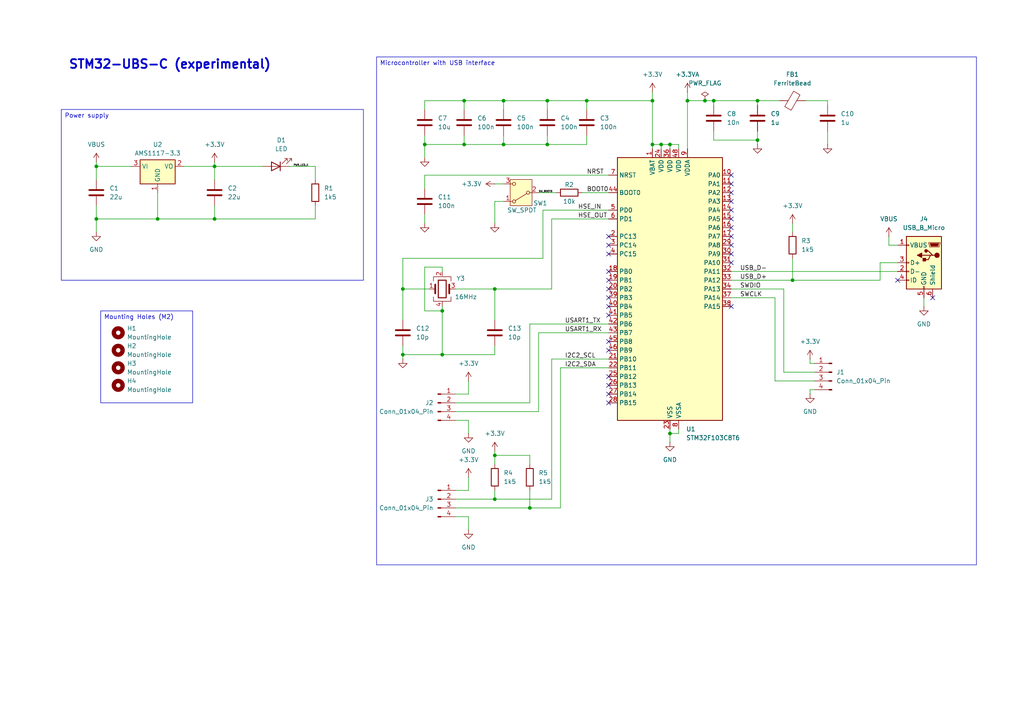
<source format=kicad_sch>
(kicad_sch (version 20250114) (generator "eeschema") (generator_version "9.0")
  (paper "A4")
  (title_block (title "STM32-USB-C") (date "2026-02-21") (rev "1.0"))
  (lib_symbols
    (symbol "Connector:Conn_01x04_Pin" (pin_names (offset 1.016) (hide yes))
      (property "Reference" "J" (at 0 5.08 0))
      (property "Value" "Conn_01x04_Pin" (at 0 -7.62 0))
      (symbol "Conn_01x04_Pin_1_1"
        (rectangle (start 0.8636 2.667) (end 0 2.413) (stroke (width 0.1524)) (fill (type outline)))
        (rectangle (start 0.8636 0.127) (end 0 -0.127) (stroke (width 0.1524)) (fill (type outline)))
        (rectangle (start 0.8636 -2.413) (end 0 -2.667) (stroke (width 0.1524)) (fill (type outline)))
        (rectangle (start 0.8636 -4.953) (end 0 -5.207) (stroke (width 0.1524)) (fill (type outline)))
        (polyline (pts (xy 1.27 2.54) (xy 0.8636 2.54)) (stroke (width 0.1524)))
        (polyline (pts (xy 1.27 0) (xy 0.8636 0)) (stroke (width 0.1524)))
        (polyline (pts (xy 1.27 -2.54) (xy 0.8636 -2.54)) (stroke (width 0.1524)))
        (polyline (pts (xy 1.27 -5.08) (xy 0.8636 -5.08)) (stroke (width 0.1524)))
        (pin passive line (at 5.08 2.54 180) (length 3.81) (name "Pin_1") (number "1"))
        (pin passive line (at 5.08 0 180) (length 3.81) (name "Pin_2") (number "2"))
        (pin passive line (at 5.08 -2.54 180) (length 3.81) (name "Pin_3") (number "3"))
        (pin passive line (at 5.08 -5.08 180) (length 3.81) (name "Pin_4") (number "4"))
      )
    )
    (symbol "Connector:USB_B_Micro" (pin_names (offset 1.016))
      (property "Reference" "J" (at -5.08 11.43 0))
      (property "Value" "USB_B_Micro" (at -5.08 8.89 0))
      (symbol "USB_B_Micro_0_1"
        (rectangle (start -5.08 -7.62) (end 5.08 7.62) (stroke (width 0.254)) (fill (type background)))
        (polyline (pts (xy -4.699 5.842) (xy -4.699 5.588) (xy -4.445 4.826) (xy -4.445 4.572) (xy -1.651 4.572) (xy -1.651 4.826) (xy -1.397 5.588) (xy -1.397 5.842) (xy -4.699 5.842)))
        (polyline (pts (xy -4.318 5.588) (xy -1.778 5.588) (xy -2.032 4.826) (xy -4.064 4.826) (xy -4.318 5.588)) (fill (type outline)))
        (circle (center -3.81 2.159) (radius 0.635) (stroke (width 0.254)) (fill (type outline)))
        (polyline (pts (xy -3.175 2.159) (xy -2.54 2.159) (xy -1.27 3.429) (xy -0.635 3.429)) (stroke (width 0.254)))
        (polyline (pts (xy -2.54 2.159) (xy -1.905 2.159) (xy -1.27 0.889) (xy 0 0.889)) (stroke (width 0.254)))
        (polyline (pts (xy -1.905 2.159) (xy 0.635 2.159)) (stroke (width 0.254)))
        (circle (center -0.635 3.429) (radius 0.381) (stroke (width 0.254)) (fill (type outline)))
        (rectangle (start -0.127 -7.62) (end 0.127 -6.858))
        (rectangle (start 0.254 1.27) (end -0.508 0.508) (stroke (width 0.254)) (fill (type outline)))
        (polyline (pts (xy 0.635 2.794) (xy 0.635 1.524) (xy 1.905 2.159) (xy 0.635 2.794)) (stroke (width 0.254)) (fill (type outline)))
        (rectangle (start 5.08 4.953) (end 4.318 5.207))
        (rectangle (start 5.08 -0.127) (end 4.318 0.127))
        (rectangle (start 5.08 -2.667) (end 4.318 -2.413))
        (rectangle (start 5.08 -5.207) (end 4.318 -4.953))
      )
      (symbol "USB_B_Micro_1_1"
        (pin passive line (at -2.54 -10.16 90) (length 2.54) (name "Shield") (number "6"))
        (pin power_out line (at 0 -10.16 90) (length 2.54) (name "GND") (number "5"))
        (pin power_out line (at 7.62 5.08 180) (length 2.54) (name "VBUS") (number "1"))
        (pin bidirectional line (at 7.62 0 180) (length 2.54) (name "D+") (number "3"))
        (pin bidirectional line (at 7.62 -2.54 180) (length 2.54) (name "D-") (number "2"))
        (pin passive line (at 7.62 -5.08 180) (length 2.54) (name "ID") (number "4"))
      )
    )
    (symbol "Device:C" (pin_numbers (hide yes)) (pin_names (offset 0.254))
      (property "Reference" "C" (at 0.635 2.54 0))
      (property "Value" "C" (at 0.635 -2.54 0))
      (symbol "C_0_1"
        (polyline (pts (xy -2.032 0.762) (xy 2.032 0.762)) (stroke (width 0.508)))
        (polyline (pts (xy -2.032 -0.762) (xy 2.032 -0.762)) (stroke (width 0.508)))
      )
      (symbol "C_1_1"
        (pin passive line (at 0 3.81 270) (length 2.794) (name "~") (number "1"))
        (pin passive line (at 0 -3.81 90) (length 2.794) (name "~") (number "2"))
      )
    )
    (symbol "Device:Crystal_GND24" (pin_names (offset 1.016) (hide yes))
      (property "Reference" "Y3" (at 5.334 3.048 0))
      (property "Value" "16MHz" (at 6.858 -2.286 0))
      (symbol "Crystal_GND24_0_1"
        (polyline (pts (xy -2.54 2.286) (xy -2.54 3.556) (xy 2.54 3.556) (xy 2.54 2.286)))
        (polyline (pts (xy -2.54 0) (xy -2.032 0)))
        (polyline (pts (xy -2.54 -2.286) (xy -2.54 -3.556) (xy 2.54 -3.556) (xy 2.54 -2.286)))
        (polyline (pts (xy -2.032 -1.27) (xy -2.032 1.27)) (stroke (width 0.508)))
        (rectangle (start -1.143 2.54) (end 1.143 -2.54) (stroke (width 0.3048)))
        (polyline (pts (xy 0 -3.81) (xy 0 -3.556)))
        (polyline (pts (xy 2.032 0) (xy 2.54 0)))
        (polyline (pts (xy 2.032 -1.27) (xy 2.032 1.27)) (stroke (width 0.508)))
      )
      (symbol "Crystal_GND24_1_1"
        (pin passive line (at -3.81 0 0) (length 1.27) (name "1") (number "1"))
        (pin passive line (at 0 5.08 270) (length 1.27) (name "G") (number "2"))
        (pin passive line (at 0 -5.08 90) (length 1.27) (name "G") (number "4"))
        (pin passive line (at 3.81 0 180) (length 1.27) (name "3") (number "3"))
      )
    )
    (symbol "Device:FerriteBead" (pin_numbers (hide yes)) (pin_names (offset 0))
      (property "Reference" "FB" (at -3.81 0.635 90))
      (property "Value" "FerriteBead" (at 3.81 0 90))
      (symbol "FerriteBead_0_1"
        (polyline (pts (xy -2.7686 0.4064) (xy -1.7018 2.2606) (xy 2.7686 -0.3048) (xy 1.6764 -2.159) (xy -2.7686 0.4064)))
        (polyline (pts (xy 0 1.27) (xy 0 1.2954)))
        (polyline (pts (xy 0 -1.27) (xy 0 -1.2192)))
      )
      (symbol "FerriteBead_1_1"
        (pin passive line (at 0 3.81 270) (length 2.54) (name "~") (number "1"))
        (pin passive line (at 0 -3.81 90) (length 2.54) (name "~") (number "2"))
      )
    )
    (symbol "Device:LED" (pin_numbers (hide yes)) (pin_names (offset 1.016) (hide yes))
      (property "Reference" "D" (at 0 2.54 0))
      (property "Value" "LED" (at 0 -2.54 0))
      (symbol "LED_0_1"
        (polyline (pts (xy -3.048 -0.762) (xy -4.572 -2.286) (xy -3.81 -2.286) (xy -4.572 -2.286) (xy -4.572 -1.524)))
        (polyline (pts (xy -1.778 -0.762) (xy -3.302 -2.286) (xy -2.54 -2.286) (xy -3.302 -2.286) (xy -3.302 -1.524)))
        (polyline (pts (xy -1.27 0) (xy 1.27 0)))
        (polyline (pts (xy -1.27 -1.27) (xy -1.27 1.27)) (stroke (width 0.254)))
        (polyline (pts (xy 1.27 -1.27) (xy 1.27 1.27) (xy -1.27 0) (xy 1.27 -1.27)) (stroke (width 0.254)))
      )
      (symbol "LED_1_1"
        (pin passive line (at -3.81 0 0) (length 2.54) (name "K") (number "1"))
        (pin passive line (at 3.81 0 180) (length 2.54) (name "A") (number "2"))
      )
    )
    (symbol "Device:R" (pin_numbers (hide yes)) (pin_names (offset 0))
      (property "Reference" "R" (at 2.032 0 90))
      (property "Value" "R" (at 0 0 90))
      (symbol "R_0_1"
        (rectangle (start -1.016 -2.54) (end 1.016 2.54) (stroke (width 0.254)))
      )
      (symbol "R_1_1"
        (pin passive line (at 0 3.81 270) (length 1.27) (name "~") (number "1"))
        (pin passive line (at 0 -3.81 90) (length 1.27) (name "~") (number "2"))
      )
    )
    (symbol "MCU_ST_STM32F1:STM32F103C8Tx"
      (property "Reference" "U" (at -15.24 39.37 0))
      (property "Value" "STM32F103C8Tx" (at 7.62 39.37 0))
      (symbol "STM32F103C8Tx_0_1"
        (rectangle (start -15.24 -38.1) (end 15.24 38.1) (stroke (width 0.254)) (fill (type background)))
      )
      (symbol "STM32F103C8Tx_1_1"
        (pin input line (at -17.78 33.02 0) (length 2.54) (name "NRST") (number "7"))
        (pin input line (at -17.78 27.94 0) (length 2.54) (name "BOOT0") (number "44"))
        (pin bidirectional line (at -17.78 22.86 0) (length 2.54) (name "PD0") (number "5"))
        (pin bidirectional line (at -17.78 20.32 0) (length 2.54) (name "PD1") (number "6"))
        (pin bidirectional line (at -17.78 15.24 0) (length 2.54) (name "PC13") (number "2"))
        (pin bidirectional line (at -17.78 12.7 0) (length 2.54) (name "PC14") (number "3"))
        (pin bidirectional line (at -17.78 10.16 0) (length 2.54) (name "PC15") (number "4"))
        (pin bidirectional line (at -17.78 5.08 0) (length 2.54) (name "PB0") (number "18"))
        (pin bidirectional line (at -17.78 2.54 0) (length 2.54) (name "PB1") (number "19"))
        (pin bidirectional line (at -17.78 0 0) (length 2.54) (name "PB2") (number "20"))
        (pin bidirectional line (at -17.78 -2.54 0) (length 2.54) (name "PB3") (number "39"))
        (pin bidirectional line (at -17.78 -5.08 0) (length 2.54) (name "PB4") (number "40"))
        (pin bidirectional line (at -17.78 -7.62 0) (length 2.54) (name "PB5") (number "41"))
        (pin bidirectional line (at -17.78 -10.16 0) (length 2.54) (name "PB6") (number "42"))
        (pin bidirectional line (at -17.78 -12.7 0) (length 2.54) (name "PB7") (number "43"))
        (pin bidirectional line (at -17.78 -15.24 0) (length 2.54) (name "PB8") (number "45"))
        (pin bidirectional line (at -17.78 -17.78 0) (length 2.54) (name "PB9") (number "46"))
        (pin bidirectional line (at -17.78 -20.32 0) (length 2.54) (name "PB10") (number "21"))
        (pin bidirectional line (at -17.78 -22.86 0) (length 2.54) (name "PB11") (number "22"))
        (pin bidirectional line (at -17.78 -25.4 0) (length 2.54) (name "PB12") (number "25"))
        (pin bidirectional line (at -17.78 -27.94 0) (length 2.54) (name "PB13") (number "26"))
        (pin bidirectional line (at -17.78 -30.48 0) (length 2.54) (name "PB14") (number "27"))
        (pin bidirectional line (at -17.78 -33.02 0) (length 2.54) (name "PB15") (number "28"))
        (pin power_in line (at -5.08 40.64 270) (length 2.54) (name "VBAT") (number "1"))
        (pin power_in line (at -2.54 40.64 270) (length 2.54) (name "VDD") (number "24"))
        (pin power_in line (at 0 40.64 270) (length 2.54) (name "VDD") (number "36"))
        (pin power_in line (at 0 -40.64 90) (length 2.54) (name "VSS") (number "23"))
        (pin passive line (at 0 -40.64 90) (length 2.54) (hide yes) (name "VSS") (number "35"))
        (pin passive line (at 0 -40.64 90) (length 2.54) (hide yes) (name "VSS") (number "47"))
        (pin power_in line (at 2.54 40.64 270) (length 2.54) (name "VDD") (number "48"))
        (pin power_in line (at 2.54 -40.64 90) (length 2.54) (name "VSSA") (number "8"))
        (pin power_in line (at 5.08 40.64 270) (length 2.54) (name "VDDA") (number "9"))
        (pin bidirectional line (at 17.78 33.02 180) (length 2.54) (name "PA0") (number "10"))
        (pin bidirectional line (at 17.78 30.48 180) (length 2.54) (name "PA1") (number "11"))
        (pin bidirectional line (at 17.78 27.94 180) (length 2.54) (name "PA2") (number "12"))
        (pin bidirectional line (at 17.78 25.4 180) (length 2.54) (name "PA3") (number "13"))
        (pin bidirectional line (at 17.78 22.86 180) (length 2.54) (name "PA4") (number "14"))
        (pin bidirectional line (at 17.78 20.32 180) (length 2.54) (name "PA5") (number "15"))
        (pin bidirectional line (at 17.78 17.78 180) (length 2.54) (name "PA6") (number "16"))
        (pin bidirectional line (at 17.78 15.24 180) (length 2.54) (name "PA7") (number "17"))
        (pin bidirectional line (at 17.78 12.7 180) (length 2.54) (name "PA8") (number "29"))
        (pin bidirectional line (at 17.78 10.16 180) (length 2.54) (name "PA9") (number "30"))
        (pin bidirectional line (at 17.78 7.62 180) (length 2.54) (name "PA10") (number "31"))
        (pin bidirectional line (at 17.78 5.08 180) (length 2.54) (name "PA11") (number "32"))
        (pin bidirectional line (at 17.78 2.54 180) (length 2.54) (name "PA12") (number "33"))
        (pin bidirectional line (at 17.78 0 180) (length 2.54) (name "PA13") (number "34"))
        (pin bidirectional line (at 17.78 -2.54 180) (length 2.54) (name "PA14") (number "37"))
        (pin bidirectional line (at 17.78 -5.08 180) (length 2.54) (name "PA15") (number "38"))
      )
    )
    (symbol "Mechanical:MountingHole" (pin_names (offset 1.016)) (in_bom no)
      (property "Reference" "H" (at 0 5.08 0))
      (property "Value" "MountingHole" (at 0 3.175 0))
      (symbol "MountingHole_0_1"
        (circle (center 0 0) (radius 1.27) (stroke (width 1.27)))
      )
    )
    (symbol "Regulator_Linear:AMS1117-3.3"
      (property "Reference" "U" (at -3.81 3.175 0))
      (property "Value" "AMS1117-3.3" (at 0 3.175 0))
      (symbol "AMS1117-3.3_0_1"
        (rectangle (start -5.08 -5.08) (end 5.08 1.905) (stroke (width 0.254)) (fill (type background)))
      )
      (symbol "AMS1117-3.3_1_1"
        (pin power_in line (at -7.62 0 0) (length 2.54) (name "VI") (number "3"))
        (pin power_in line (at 0 -7.62 90) (length 2.54) (name "GND") (number "1"))
        (pin power_out line (at 7.62 0 180) (length 2.54) (name "VO") (number "2"))
      )
    )
    (symbol "Switch:SW_SPDT" (pin_names (offset 0) (hide yes))
      (property "Reference" "SW" (at 0 5.08 0))
      (property "Value" "SW_SPDT" (at 0 -5.08 0))
      (symbol "SW_SPDT_0_1"
        (circle (center -2.032 0) (radius 0.4572))
        (polyline (pts (xy -1.651 0.254) (xy 1.651 2.286)))
        (circle (center 2.032 2.54) (radius 0.4572))
        (circle (center 2.032 -2.54) (radius 0.4572))
      )
      (symbol "SW_SPDT_1_1"
        (rectangle (start -3.175 3.81) (end 3.175 -3.81) (fill (type background)))
        (pin passive line (at -5.08 0 0) (length 2.54) (name "B") (number "2"))
        (pin passive line (at 5.08 2.54 180) (length 2.54) (name "A") (number "1"))
        (pin passive line (at 5.08 -2.54 180) (length 2.54) (name "C") (number "3"))
      )
    )
    (symbol "power:+3.3V" (power) (pin_numbers (hide yes)) (pin_names (offset 0) (hide yes))
      (property "Value" "+3.3V" (at 0 3.556 0))
      (symbol "+3.3V_0_1"
        (polyline (pts (xy -0.762 1.27) (xy 0 2.54)))
        (polyline (pts (xy 0 2.54) (xy 0.762 1.27)))
        (polyline (pts (xy 0 0) (xy 0 2.54)))
      )
      (symbol "+3.3V_1_1"
        (pin power_in line (at 0 0 90) (length 0) (name "~") (number "1"))
      )
    )
    (symbol "power:+3.3VA" (power) (pin_numbers (hide yes)) (pin_names (offset 0) (hide yes))
      (property "Value" "+3.3VA" (at 0 3.556 0))
      (symbol "+3.3VA_0_1"
        (polyline (pts (xy -0.762 1.27) (xy 0 2.54)))
        (polyline (pts (xy 0 2.54) (xy 0.762 1.27)))
        (polyline (pts (xy 0 0) (xy 0 2.54)))
      )
      (symbol "+3.3VA_1_1"
        (pin power_in line (at 0 0 90) (length 0) (name "~") (number "1"))
      )
    )
    (symbol "power:GND" (power) (pin_numbers (hide yes)) (pin_names (offset 0) (hide yes))
      (property "Value" "GND" (at 0 -3.81 0))
      (symbol "GND_0_1"
        (polyline (pts (xy 0 0) (xy 0 -1.27) (xy 1.27 -1.27) (xy 0 -2.54) (xy -1.27 -1.27) (xy 0 -1.27)))
      )
      (symbol "GND_1_1"
        (pin power_in line (at 0 0 270) (length 0) (name "~") (number "1"))
      )
    )
    (symbol "power:PWR_FLAG" (power) (pin_numbers (hide yes)) (pin_names (offset 0) (hide yes))
      (property "Value" "PWR_FLAG" (at 0 3.81 0))
      (symbol "PWR_FLAG_0_0"
        (pin power_out line (at 0 0 90) (length 0) (name "~") (number "1"))
      )
      (symbol "PWR_FLAG_0_1"
        (polyline (pts (xy 0 0) (xy 0 1.27) (xy -1.016 1.905) (xy 0 2.54) (xy 1.016 1.905) (xy 0 1.27)))
      )
    )
    (symbol "power:VBUS" (power) (pin_numbers (hide yes)) (pin_names (offset 0) (hide yes))
      (property "Value" "VBUS" (at 0 3.556 0))
      (symbol "VBUS_0_1"
        (polyline (pts (xy -0.762 1.27) (xy 0 2.54)))
        (polyline (pts (xy 0 2.54) (xy 0.762 1.27)))
        (polyline (pts (xy 0 0) (xy 0 2.54)))
      )
      (symbol "VBUS_1_1"
        (pin power_in line (at 0 0 90) (length 0) (name "~") (number "1"))
      )
    )
  )
  (text "STM32-UBS-C (experimental)" (at 49.276 18.796 0) (effects (font (size 2.54 2.54) (thickness 0.508) (bold yes))))
  (text_box "Power supply" (at 17.78 31.75 0) (size 87.63 49.53) (margins 0.9525 0.9525 0.9525 0.9525) (effects (font (size 1.27 1.27)) (justify left top)))
  (text_box "Mounting Holes (M2)" (at 29.21 90.17 0) (size 26.67 26.67) (margins 0.9525 0.9525 0.9525 0.9525) (effects (font (size 1.27 1.27)) (justify left top)))
  (text_box "Microcontroller with USB interface" (at 109.22 16.51 0) (size 173.99 147.32) (margins 0.9525 0.9525 0.9525 0.9525) (effects (font (size 1.27 1.27)) (justify left top)))
  (junction (at 134.62 29.21))
  (junction (at 170.18 29.21))
  (junction (at 146.05 29.21))
  (junction (at 143.51 132.08))
  (junction (at 146.05 41.91))
  (junction (at 189.23 41.91))
  (junction (at 134.62 41.91))
  (junction (at 191.77 41.91))
  (junction (at 189.23 29.21))
  (junction (at 229.87 81.28))
  (junction (at 128.27 102.87))
  (junction (at 62.23 48.26))
  (junction (at 62.23 63.5))
  (junction (at 45.72 63.5))
  (junction (at 194.31 41.91))
  (junction (at 116.84 102.87))
  (junction (at 123.19 41.91))
  (junction (at 158.75 29.21))
  (junction (at 27.94 63.5))
  (junction (at 204.47 29.21))
  (junction (at 27.94 48.26))
  (junction (at 158.75 41.91))
  (junction (at 194.31 125.73))
  (junction (at 143.51 144.78))
  (junction (at 143.51 83.82))
  (junction (at 116.84 83.82))
  (junction (at 219.71 29.21))
  (junction (at 153.67 147.32))
  (junction (at 199.39 29.21))
  (junction (at 219.71 40.64))
  (junction (at 207.01 29.21))
  (junction (at 128.27 90.17))
  (no_connect (at 176.53 88.9))
  (no_connect (at 270.51 86.36))
  (no_connect (at 176.53 101.6))
  (no_connect (at 176.53 111.76))
  (no_connect (at 212.09 76.2))
  (no_connect (at 176.53 116.84))
  (no_connect (at 176.53 99.06))
  (no_connect (at 212.09 63.5))
  (no_connect (at 212.09 73.66))
  (no_connect (at 176.53 78.74))
  (no_connect (at 212.09 88.9))
  (no_connect (at 212.09 55.88))
  (no_connect (at 212.09 66.04))
  (no_connect (at 212.09 71.12))
  (no_connect (at 260.35 81.28))
  (no_connect (at 176.53 83.82))
  (no_connect (at 176.53 91.44))
  (no_connect (at 212.09 53.34))
  (no_connect (at 176.53 86.36))
  (no_connect (at 212.09 60.96))
  (no_connect (at 176.53 68.58))
  (no_connect (at 212.09 68.58))
  (no_connect (at 176.53 109.22))
  (no_connect (at 212.09 50.8))
  (no_connect (at 176.53 71.12))
  (no_connect (at 176.53 114.3))
  (no_connect (at 212.09 58.42))
  (no_connect (at 176.53 73.66))
  (no_connect (at 176.53 81.28))
  (wire (pts (xy 196.85 125.73) (xy 194.31 125.73)))
  (wire (pts (xy 62.23 46.99) (xy 62.23 48.26)))
  (wire (pts (xy 116.84 83.82) (xy 116.84 92.71)))
  (wire (pts (xy 132.08 147.32) (xy 153.67 147.32)))
  (wire (pts (xy 143.51 58.42) (xy 146.05 58.42)))
  (wire (pts (xy 170.18 29.21) (xy 170.18 31.75)))
  (wire (pts (xy 27.94 48.26) (xy 27.94 52.07)))
  (wire (pts (xy 219.71 40.64) (xy 219.71 41.91)))
  (wire (pts (xy 143.51 100.33) (xy 143.51 102.87)))
  (wire (pts (xy 219.71 29.21) (xy 226.06 29.21)))
  (wire (pts (xy 158.75 29.21) (xy 170.18 29.21)))
  (wire (pts (xy 255.27 76.2) (xy 255.27 81.28)))
  (wire (pts (xy 170.18 41.91) (xy 170.18 39.37)))
  (wire (pts (xy 219.71 29.21) (xy 219.71 30.48)))
  (wire (pts (xy 170.18 29.21) (xy 189.23 29.21)))
  (wire (pts (xy 143.51 142.24) (xy 143.51 144.78)))
  (wire (pts (xy 27.94 63.5) (xy 27.94 67.31)))
  (wire (pts (xy 158.75 41.91) (xy 170.18 41.91)))
  (wire (pts (xy 229.87 64.77) (xy 229.87 67.31)))
  (wire (pts (xy 128.27 90.17) (xy 128.27 88.9)))
  (wire (pts (xy 227.33 107.95) (xy 236.22 107.95)))
  (wire (pts (xy 168.91 55.88) (xy 176.53 55.88)))
  (wire (pts (xy 160.02 144.78) (xy 160.02 104.14)))
  (wire (pts (xy 189.23 41.91) (xy 189.23 43.18)))
  (wire (pts (xy 194.31 43.18) (xy 194.31 41.91)))
  (wire (pts (xy 158.75 41.91) (xy 146.05 41.91)))
  (wire (pts (xy 146.05 29.21) (xy 146.05 31.75)))
  (wire (pts (xy 158.75 39.37) (xy 158.75 41.91)))
  (wire (pts (xy 123.19 31.75) (xy 123.19 29.21)))
  (wire (pts (xy 207.01 38.1) (xy 207.01 40.64)))
  (wire (pts (xy 196.85 124.46) (xy 196.85 125.73)))
  (wire (pts (xy 135.89 121.92) (xy 135.89 125.73)))
  (wire (pts (xy 160.02 63.5) (xy 176.53 63.5)))
  (wire (pts (xy 194.31 41.91) (xy 196.85 41.91)))
  (wire (pts (xy 153.67 116.84) (xy 153.67 93.98)))
  (wire (pts (xy 123.19 62.23) (xy 123.19 64.77)))
  (wire (pts (xy 158.75 29.21) (xy 158.75 31.75)))
  (wire (pts (xy 194.31 124.46) (xy 194.31 125.73)))
  (wire (pts (xy 135.89 149.86) (xy 135.89 153.67)))
  (wire (pts (xy 143.51 58.42) (xy 143.51 64.77)))
  (wire (pts (xy 240.03 29.21) (xy 240.03 30.48)))
  (wire (pts (xy 134.62 29.21) (xy 134.62 31.75)))
  (wire (pts (xy 153.67 132.08) (xy 153.67 134.62)))
  (wire (pts (xy 234.95 113.03) (xy 236.22 113.03)))
  (wire (pts (xy 134.62 29.21) (xy 146.05 29.21)))
  (wire (pts (xy 240.03 38.1) (xy 240.03 41.91)))
  (wire (pts (xy 157.48 74.93) (xy 116.84 74.93)))
  (wire (pts (xy 128.27 77.47) (xy 123.19 77.47)))
  (wire (pts (xy 204.47 29.21) (xy 207.01 29.21)))
  (wire (pts (xy 153.67 142.24) (xy 153.67 147.32)))
  (wire (pts (xy 162.56 147.32) (xy 153.67 147.32)))
  (wire (pts (xy 45.72 55.88) (xy 45.72 63.5)))
  (wire (pts (xy 132.08 149.86) (xy 135.89 149.86)))
  (wire (pts (xy 229.87 74.93) (xy 229.87 81.28)))
  (wire (pts (xy 199.39 26.67) (xy 199.39 29.21)))
  (wire (pts (xy 143.51 130.81) (xy 143.51 132.08)))
  (wire (pts (xy 233.68 29.21) (xy 240.03 29.21)))
  (wire (pts (xy 91.44 63.5) (xy 91.44 59.69)))
  (wire (pts (xy 45.72 63.5) (xy 27.94 63.5)))
  (wire (pts (xy 123.19 41.91) (xy 123.19 39.37)))
  (wire (pts (xy 199.39 29.21) (xy 204.47 29.21)))
  (wire (pts (xy 135.89 114.3) (xy 135.89 110.49)))
  (wire (pts (xy 132.08 121.92) (xy 135.89 121.92)))
  (wire (pts (xy 157.48 60.96) (xy 176.53 60.96)))
  (wire (pts (xy 199.39 29.21) (xy 199.39 43.18)))
  (wire (pts (xy 143.51 53.34) (xy 146.05 53.34)))
  (wire (pts (xy 62.23 59.69) (xy 62.23 63.5)))
  (wire (pts (xy 257.81 71.12) (xy 260.35 71.12)))
  (wire (pts (xy 267.97 86.36) (xy 267.97 88.9)))
  (wire (pts (xy 156.21 119.38) (xy 132.08 119.38)))
  (wire (pts (xy 123.19 50.8) (xy 176.53 50.8)))
  (wire (pts (xy 257.81 68.58) (xy 257.81 71.12)))
  (wire (pts (xy 146.05 41.91) (xy 146.05 39.37)))
  (wire (pts (xy 143.51 83.82) (xy 160.02 83.82)))
  (wire (pts (xy 146.05 29.21) (xy 158.75 29.21)))
  (wire (pts (xy 207.01 29.21) (xy 219.71 29.21)))
  (wire (pts (xy 116.84 100.33) (xy 116.84 102.87)))
  (wire (pts (xy 143.51 132.08) (xy 153.67 132.08)))
  (wire (pts (xy 194.31 125.73) (xy 194.31 128.27)))
  (wire (pts (xy 134.62 41.91) (xy 134.62 39.37)))
  (wire (pts (xy 135.89 142.24) (xy 135.89 138.43)))
  (wire (pts (xy 156.21 55.88) (xy 161.29 55.88)))
  (wire (pts (xy 132.08 83.82) (xy 143.51 83.82)))
  (wire (pts (xy 62.23 63.5) (xy 91.44 63.5)))
  (wire (pts (xy 91.44 52.07) (xy 91.44 48.26)))
  (wire (pts (xy 229.87 81.28) (xy 255.27 81.28)))
  (wire (pts (xy 212.09 78.74) (xy 260.35 78.74)))
  (wire (pts (xy 53.34 48.26) (xy 62.23 48.26)))
  (wire (pts (xy 123.19 41.91) (xy 123.19 45.72)))
  (wire (pts (xy 162.56 106.68) (xy 176.53 106.68)))
  (wire (pts (xy 160.02 104.14) (xy 176.53 104.14)))
  (wire (pts (xy 156.21 96.52) (xy 176.53 96.52)))
  (wire (pts (xy 189.23 26.67) (xy 189.23 29.21)))
  (wire (pts (xy 132.08 144.78) (xy 143.51 144.78)))
  (wire (pts (xy 143.51 102.87) (xy 128.27 102.87)))
  (wire (pts (xy 143.51 83.82) (xy 143.51 92.71)))
  (wire (pts (xy 62.23 63.5) (xy 45.72 63.5)))
  (wire (pts (xy 123.19 54.61) (xy 123.19 50.8)))
  (wire (pts (xy 227.33 83.82) (xy 227.33 107.95)))
  (wire (pts (xy 132.08 114.3) (xy 135.89 114.3)))
  (wire (pts (xy 116.84 102.87) (xy 116.84 104.14)))
  (wire (pts (xy 234.95 114.3) (xy 234.95 113.03)))
  (wire (pts (xy 116.84 74.93) (xy 116.84 83.82)))
  (wire (pts (xy 189.23 29.21) (xy 189.23 41.91)))
  (wire (pts (xy 156.21 96.52) (xy 156.21 119.38)))
  (wire (pts (xy 219.71 38.1) (xy 219.71 40.64)))
  (wire (pts (xy 157.48 60.96) (xy 157.48 74.93)))
  (wire (pts (xy 134.62 41.91) (xy 123.19 41.91)))
  (wire (pts (xy 236.22 110.49) (xy 224.79 110.49)))
  (wire (pts (xy 128.27 90.17) (xy 128.27 102.87)))
  (wire (pts (xy 219.71 40.64) (xy 207.01 40.64)))
  (wire (pts (xy 128.27 102.87) (xy 116.84 102.87)))
  (wire (pts (xy 212.09 86.36) (xy 224.79 86.36)))
  (wire (pts (xy 146.05 41.91) (xy 134.62 41.91)))
  (wire (pts (xy 224.79 110.49) (xy 224.79 86.36)))
  (wire (pts (xy 143.51 144.78) (xy 160.02 144.78)))
  (wire (pts (xy 132.08 116.84) (xy 153.67 116.84)))
  (wire (pts (xy 234.95 104.14) (xy 234.95 105.41)))
  (wire (pts (xy 62.23 48.26) (xy 62.23 52.07)))
  (wire (pts (xy 160.02 83.82) (xy 160.02 63.5)))
  (wire (pts (xy 194.31 41.91) (xy 191.77 41.91)))
  (wire (pts (xy 123.19 77.47) (xy 123.19 90.17)))
  (wire (pts (xy 27.94 46.99) (xy 27.94 48.26)))
  (wire (pts (xy 27.94 59.69) (xy 27.94 63.5)))
  (wire (pts (xy 212.09 83.82) (xy 227.33 83.82)))
  (wire (pts (xy 191.77 41.91) (xy 191.77 43.18)))
  (wire (pts (xy 116.84 83.82) (xy 124.46 83.82)))
  (wire (pts (xy 212.09 81.28) (xy 229.87 81.28)))
  (wire (pts (xy 189.23 41.91) (xy 191.77 41.91)))
  (wire (pts (xy 83.82 48.26) (xy 91.44 48.26)))
  (wire (pts (xy 123.19 90.17) (xy 128.27 90.17)))
  (wire (pts (xy 27.94 48.26) (xy 38.1 48.26)))
  (wire (pts (xy 132.08 142.24) (xy 135.89 142.24)))
  (wire (pts (xy 196.85 41.91) (xy 196.85 43.18)))
  (wire (pts (xy 207.01 29.21) (xy 207.01 30.48)))
  (wire (pts (xy 234.95 105.41) (xy 236.22 105.41)))
  (wire (pts (xy 255.27 76.2) (xy 260.35 76.2)))
  (wire (pts (xy 128.27 78.74) (xy 128.27 77.47)))
  (wire (pts (xy 143.51 132.08) (xy 143.51 134.62)))
  (wire (pts (xy 62.23 48.26) (xy 76.2 48.26)))
  (wire (pts (xy 123.19 29.21) (xy 134.62 29.21)))
  (wire (pts (xy 153.67 93.98) (xy 176.53 93.98)))
  (wire (pts (xy 162.56 106.68) (xy 162.56 147.32)))
  (label "USB_D+" (at 214.63 81.28 0))
  (label "SWDIO" (at 214.63 83.82 0))
  (label "PWR_LED_K" (at 85.09 48.26 0) (effects (font (size 0.508 0.508))))
  (label "USB_D-" (at 214.63 78.74 0))
  (label "I2C2_SDA" (at 163.83 106.68 0))
  (label "HSE_OUT" (at 167.64 63.5 0))
  (label "I2C2_SCL" (at 163.83 104.14 0))
  (label "SWCLK" (at 214.63 86.36 0))
  (label "NRST" (at 170.18 50.8 0))
  (label "USART1_TX" (at 163.83 93.98 0))
  (label "USART1_RX" (at 163.83 96.52 0))
  (label "BOOT0" (at 170.18 55.88 0))
  (label "HSE_IN" (at 167.64 60.96 0))
  (label "SW_BOOT0" (at 156.21 55.88 0) (effects (font (size 0.508 0.508))))
  (symbol (lib_id "power:GND") (at 27.94 67.31 0) (unit 1)
    (property "Reference" "#PWR017" (effects (hide yes)))
    (property "Value" "GND" (at 27.94 72.39 0))
    (property "Description" "Power symbol creates a global label with name \"GND\" , ground" (effects (hide yes)))
  )
  (symbol (lib_id "power:GND") (at 267.97 88.9 0) (unit 1)
    (property "Reference" "#PWR011" (effects (hide yes)))
    (property "Value" "GND" (at 267.97 93.98 0))
    (property "Description" "Power symbol creates a global label with name \"GND\" , ground" (effects (hide yes)))
  )
  (symbol (lib_id "power:GND") (at 135.89 125.73 0) (unit 1)
    (property "Reference" "#PWR019" (effects (hide yes)))
    (property "Value" "GND" (at 135.89 130.81 0))
    (property "Description" "Power symbol creates a global label with name \"GND\" , ground" (effects (hide yes)))
  )
  (symbol (lib_id "Device:FerriteBead") (at 229.87 29.21 90) (unit 1)
    (property "Reference" "FB1" (at 229.8192 21.59 90))
    (property "Value" "FerriteBead" (at 229.8192 24.13 90))
    (property "Footprint" "Inductor_SMD:L_0603_1608Metric" (effects (hide yes)))
    (property "Description" "Ferrite bead" (effects (hide yes)))
  )
  (symbol (lib_id "Connector:Conn_01x04_Pin") (at 127 116.84 0) (unit 1)
    (property "Reference" "J2" (at 125.73 116.8399 0) (effects (justify right)))
    (property "Value" "Conn_01x04_Pin" (at 125.73 119.3799 0) (effects (justify right)))
    (property "Footprint" "Connector_PinSocket_2.54mm:PinSocket_1x04_P2.54mm_Vertical" (effects (hide yes)))
    (property "Description" "Generic connector, single row, 01x04, script generated" (effects (hide yes)))
  )
  (symbol (lib_id "Device:C") (at 219.71 34.29 0) (unit 1)
    (property "Reference" "C9" (at 223.52 33.0199 0) (effects (justify left)))
    (property "Value" "1u" (at 223.52 35.5599 0) (effects (justify left)))
    (property "Footprint" "Capacitor_SMD:C_0402_1005Metric" (effects (hide yes)))
    (property "Description" "Unpolarized capacitor" (effects (hide yes)))
  )
  (symbol (lib_id "Device:C") (at 123.19 35.56 0) (unit 1)
    (property "Reference" "C7" (at 127 34.2899 0) (effects (justify left)))
    (property "Value" "10u" (at 127 36.8299 0) (effects (justify left)))
    (property "Footprint" "Capacitor_SMD:C_0603_1608Metric" (effects (hide yes)))
    (property "Description" "Unpolarized capacitor" (effects (hide yes)))
  )
  (symbol (lib_id "Device:R") (at 143.51 138.43 0) (unit 1)
    (property "Reference" "R4" (at 146.05 137.1599 0) (effects (justify left)))
    (property "Value" "1k5" (at 146.05 139.6999 0) (effects (justify left)))
    (property "Footprint" "Resistor_SMD:R_0402_1005Metric" (effects (hide yes)))
    (property "Description" "Resistor" (effects (hide yes)))
  )
  (symbol (lib_id "Switch:SW_SPDT") (at 151.13 55.88 180) (unit 1)
    (property "Reference" "SW1" (at 156.718 58.928 0))
    (property "Value" "SW_SPDT" (at 151.384 60.96 0))
    (property "Footprint" "Button_Switch_SMD:SW_SPDT_CK_JS102011SAQN" (effects (hide yes)))
    (property "Description" "Switch, single pole double throw" (effects (hide yes)))
  )
  (symbol (lib_id "power:PWR_FLAG") (at 204.47 29.21 0) (unit 1)
    (property "Reference" "#FLG01" (effects (hide yes)))
    (property "Value" "PWR_FLAG" (at 204.47 24.13 0))
    (property "Description" "Special symbol for telling ERC where power comes from" (effects (hide yes)))
  )
  (symbol (lib_id "power:+3.3V") (at 234.95 104.14 0) (unit 1)
    (property "Reference" "#PWR015" (effects (hide yes)))
    (property "Value" "+3.3V" (at 234.95 99.06 0))
    (property "Description" "Power symbol creates a global label with name \"+3.3V\"" (effects (hide yes)))
  )
  (symbol (lib_id "power:GND") (at 123.19 64.77 0) (unit 1)
    (property "Reference" "#PWR07" (effects (hide yes)))
    (property "Value" "GND" (effects (hide yes)))
    (property "Description" "Power symbol creates a global label with name \"GND\" , ground" (effects (hide yes)))
  )
  (symbol (lib_id "power:GND") (at 143.51 64.77 0) (unit 1)
    (property "Reference" "#PWR08" (effects (hide yes)))
    (property "Value" "GND" (effects (hide yes)))
    (property "Description" "Power symbol creates a global label with name \"GND\" , ground" (effects (hide yes)))
  )
  (symbol (lib_id "Device:C") (at 116.84 96.52 0) (unit 1)
    (property "Reference" "C12" (at 120.65 95.2499 0) (effects (justify left)))
    (property "Value" "10p" (at 120.65 97.7899 0) (effects (justify left)))
    (property "Footprint" "Capacitor_SMD:C_0402_1005Metric" (effects (hide yes)))
    (property "Description" "Unpolarized capacitor" (effects (hide yes)))
  )
  (symbol (lib_id "Connector:Conn_01x04_Pin") (at 127 144.78 0) (unit 1)
    (property "Reference" "J3" (at 125.73 144.7799 0) (effects (justify right)))
    (property "Value" "Conn_01x04_Pin" (at 125.73 147.3199 0) (effects (justify right)))
    (property "Footprint" "Connector_PinSocket_2.54mm:PinSocket_1x04_P2.54mm_Vertical" (effects (hide yes)))
    (property "Description" "Generic connector, single row, 01x04, script generated" (effects (hide yes)))
  )
  (symbol (lib_id "Device:C") (at 158.75 35.56 0) (unit 1)
    (property "Reference" "C4" (at 162.56 34.2899 0) (effects (justify left)))
    (property "Value" "100n" (at 162.56 36.8299 0) (effects (justify left)))
    (property "Footprint" "Capacitor_SMD:C_0402_1005Metric" (effects (hide yes)))
    (property "Description" "Unpolarized capacitor" (effects (hide yes)))
  )
  (symbol (lib_id "Device:LED") (at 80.01 48.26 180) (unit 1)
    (property "Reference" "D1" (at 81.5975 40.64 0))
    (property "Value" "LED" (at 81.5975 43.18 0))
    (property "Footprint" "LED_SMD:LED_0603_1608Metric" (effects (hide yes)))
    (property "Description" "Light emitting diode" (effects (hide yes)))
    (property "Sim.Pins" "1=K 2=A" (effects (hide yes)))
  )
  (symbol (lib_id "Connector:USB_B_Micro") (at 267.97 76.2 0) (mirror y) (unit 1)
    (property "Reference" "J4" (at 267.97 63.5 0))
    (property "Value" "USB_B_Micro" (at 267.97 66.04 0))
    (property "Footprint" "Connector_USB:USB_Micro-B_Wuerth_629105150521" (effects (hide yes)))
    (property "Description" "USB Micro Type B connector" (effects (hide yes)))
  )
  (symbol (lib_id "Device:C") (at 240.03 34.29 0) (unit 1)
    (property "Reference" "C10" (at 243.84 33.0199 0) (effects (justify left)))
    (property "Value" "1u" (at 243.84 35.5599 0) (effects (justify left)))
    (property "Footprint" "Capacitor_SMD:C_0402_1005Metric" (effects (hide yes)))
    (property "Description" "Unpolarized capacitor" (effects (hide yes)))
  )
  (symbol (lib_id "Mechanical:MountingHole") (at 34.29 101.6 0) (unit 1) (in_bom no)
    (property "Reference" "H2" (at 36.83 100.3299 0) (effects (justify left)))
    (property "Value" "MountingHole" (at 36.83 102.8699 0) (effects (justify left)))
    (property "Footprint" "MountingHole:MountingHole_2.2mm_M2" (effects (hide yes)))
    (property "Description" "Mounting Hole without connection" (effects (hide yes)))
  )
  (symbol (lib_id "Connector:Conn_01x04_Pin") (at 241.3 107.95 0) (mirror y) (unit 1)
    (property "Reference" "J1" (at 242.57 107.9499 0) (effects (justify right)))
    (property "Value" "Conn_01x04_Pin" (at 242.57 110.4899 0) (effects (justify right)))
    (property "Footprint" "Connector_PinSocket_2.54mm:PinSocket_1x04_P2.54mm_Vertical" (effects (hide yes)))
    (property "Description" "Generic connector, single row, 01x04, script generated" (effects (hide yes)))
  )
  (symbol (lib_id "power:+3.3V") (at 143.51 130.81 0) (unit 1)
    (property "Reference" "#PWR023" (effects (hide yes)))
    (property "Value" "+3.3V" (at 143.51 125.73 0))
    (property "Description" "Power symbol creates a global label with name \"+3.3V\"" (effects (hide yes)))
  )
  (symbol (lib_id "Device:C") (at 146.05 35.56 0) (unit 1)
    (property "Reference" "C5" (at 149.86 34.2899 0) (effects (justify left)))
    (property "Value" "100n" (at 149.86 36.8299 0) (effects (justify left)))
    (property "Footprint" "Capacitor_SMD:C_0402_1005Metric" (effects (hide yes)))
    (property "Description" "Unpolarized capacitor" (effects (hide yes)))
  )
  (symbol (lib_id "power:+3.3V") (at 229.87 64.77 0) (unit 1)
    (property "Reference" "#PWR013" (effects (hide yes)))
    (property "Value" "+3.3V" (at 229.87 59.69 0))
    (property "Description" "Power symbol creates a global label with name \"+3.3V\"" (effects (hide yes)))
  )
  (symbol (lib_id "Device:C") (at 170.18 35.56 0) (unit 1)
    (property "Reference" "C3" (at 173.99 34.2899 0) (effects (justify left)))
    (property "Value" "100n" (at 173.99 36.8299 0) (effects (justify left)))
    (property "Footprint" "Capacitor_SMD:C_0402_1005Metric" (effects (hide yes)))
    (property "Description" "Unpolarized capacitor" (effects (hide yes)))
  )
  (symbol (lib_id "Device:C") (at 134.62 35.56 0) (unit 1)
    (property "Reference" "C6" (at 138.43 34.2899 0) (effects (justify left)))
    (property "Value" "100n" (at 138.43 36.8299 0) (effects (justify left)))
    (property "Footprint" "Capacitor_SMD:C_0402_1005Metric" (effects (hide yes)))
    (property "Description" "Unpolarized capacitor" (effects (hide yes)))
  )
  (symbol (lib_id "Device:Crystal_GND24") (at 128.27 83.82 0) (unit 1)
    (property "Reference" "Y3" (at 133.604 80.772 0))
    (property "Value" "16MHz" (at 135.128 86.106 0))
    (property "Footprint" "Crystal:Crystal_SMD_3225-4Pin_3.2x2.5mm" (effects (hide yes)))
    (property "Description" "Four pin crystal, GND on pins 2 and 4" (effects (hide yes)))
    (property private "KLC_S3.3" "The rectangle is not a symbol body but a graphical element" (effects (hide yes)))
    (property private "KLC_S4.1" "Some pins are on 50mil grid to make the symbol small" (effects (hide yes)))
  )
  (symbol (lib_id "power:GND") (at 123.19 45.72 0) (unit 1)
    (property "Reference" "#PWR03" (effects (hide yes)))
    (property "Value" "GND" (effects (hide yes)))
    (property "Description" "Power symbol creates a global label with name \"GND\" , ground" (effects (hide yes)))
  )
  (symbol (lib_id "Mechanical:MountingHole") (at 34.29 111.76 0) (unit 1) (in_bom no)
    (property "Reference" "H4" (at 36.83 110.4899 0) (effects (justify left)))
    (property "Value" "MountingHole" (at 36.83 113.0299 0) (effects (justify left)))
    (property "Footprint" "MountingHole:MountingHole_2.2mm_M2" (effects (hide yes)))
    (property "Description" "Mounting Hole without connection" (effects (hide yes)))
  )
  (symbol (lib_id "Device:C") (at 123.19 58.42 0) (unit 1)
    (property "Reference" "C11" (at 127 57.1499 0) (effects (justify left)))
    (property "Value" "100n" (at 127 59.6899 0) (effects (justify left)))
    (property "Footprint" "Capacitor_SMD:C_0402_1005Metric" (effects (hide yes)))
    (property "Description" "Unpolarized capacitor" (effects (hide yes)))
  )
  (symbol (lib_id "power:GND") (at 194.31 128.27 0) (unit 1)
    (property "Reference" "#PWR01" (effects (hide yes)))
    (property "Value" "GND" (at 194.31 133.35 0))
    (property "Description" "Power symbol creates a global label with name \"GND\" , ground" (effects (hide yes)))
  )
  (symbol (lib_id "power:+3.3V") (at 62.23 46.99 0) (unit 1)
    (property "Reference" "#PWR018" (effects (hide yes)))
    (property "Value" "+3.3V" (at 62.23 41.91 0))
    (property "Description" "Power symbol creates a global label with name \"+3.3V\"" (effects (hide yes)))
  )
  (symbol (lib_id "Mechanical:MountingHole") (at 34.29 106.68 0) (unit 1) (in_bom no)
    (property "Reference" "H3" (at 36.83 105.4099 0) (effects (justify left)))
    (property "Value" "MountingHole" (at 36.83 107.9499 0) (effects (justify left)))
    (property "Footprint" "MountingHole:MountingHole_2.2mm_M2" (effects (hide yes)))
    (property "Description" "Mounting Hole without connection" (effects (hide yes)))
  )
  (symbol (lib_id "power:GND") (at 135.89 153.67 0) (unit 1)
    (property "Reference" "#PWR022" (effects (hide yes)))
    (property "Value" "GND" (at 135.89 158.75 0))
    (property "Description" "Power symbol creates a global label with name \"GND\" , ground" (effects (hide yes)))
  )
  (symbol (lib_id "power:VBUS") (at 27.94 46.99 0) (unit 1)
    (property "Reference" "#PWR016" (effects (hide yes)))
    (property "Value" "VBUS" (at 27.94 41.91 0))
    (property "Description" "Power symbol creates a global label with name \"VBUS\"" (effects (hide yes)))
  )
  (symbol (lib_id "power:VBUS") (at 257.81 68.58 0) (unit 1)
    (property "Reference" "#PWR012" (effects (hide yes)))
    (property "Value" "VBUS" (at 257.81 63.5 0))
    (property "Description" "Power symbol creates a global label with name \"VBUS\"" (effects (hide yes)))
  )
  (symbol (lib_id "power:GND") (at 116.84 104.14 0) (unit 1)
    (property "Reference" "#PWR010" (effects (hide yes)))
    (property "Value" "GND" (effects (hide yes)))
    (property "Description" "Power symbol creates a global label with name \"GND\" , ground" (effects (hide yes)))
  )
  (symbol (lib_id "power:+3.3V") (at 189.23 26.67 0) (unit 1)
    (property "Reference" "#PWR02" (effects (hide yes)))
    (property "Value" "+3.3V" (at 189.23 21.59 0))
    (property "Description" "Power symbol creates a global label with name \"+3.3V\"" (effects (hide yes)))
  )
  (symbol (lib_id "Device:R") (at 153.67 138.43 0) (unit 1)
    (property "Reference" "R5" (at 156.21 137.1599 0) (effects (justify left)))
    (property "Value" "1k5" (at 156.21 139.6999 0) (effects (justify left)))
    (property "Footprint" "Resistor_SMD:R_0402_1005Metric" (effects (hide yes)))
    (property "Description" "Resistor" (effects (hide yes)))
  )
  (symbol (lib_id "power:+3.3VA") (at 199.39 26.67 0) (unit 1)
    (property "Reference" "#PWR04" (effects (hide yes)))
    (property "Value" "+3.3VA" (at 199.39 21.59 0))
    (property "Description" "Power symbol creates a global label with name \"+3.3VA\"" (effects (hide yes)))
  )
  (symbol (lib_id "Device:C") (at 27.94 55.88 0) (unit 1)
    (property "Reference" "C1" (at 31.75 54.6099 0) (effects (justify left)))
    (property "Value" "22u" (at 31.75 57.1499 0) (effects (justify left)))
    (property "Footprint" "Capacitor_SMD:C_0805_2012Metric" (effects (hide yes)))
    (property "Description" "Unpolarized capacitor" (effects (hide yes)))
  )
  (symbol (lib_id "Device:C") (at 207.01 34.29 0) (unit 1)
    (property "Reference" "C8" (at 210.82 33.0199 0) (effects (justify left)))
    (property "Value" "10n" (at 210.82 35.5599 0) (effects (justify left)))
    (property "Footprint" "Capacitor_SMD:C_0402_1005Metric" (effects (hide yes)))
    (property "Description" "Unpolarized capacitor" (effects (hide yes)))
  )
  (symbol (lib_id "power:GND") (at 219.71 41.91 0) (unit 1)
    (property "Reference" "#PWR05" (effects (hide yes)))
    (property "Value" "GND" (effects (hide yes)))
    (property "Description" "Power symbol creates a global label with name \"GND\" , ground" (effects (hide yes)))
  )
  (symbol (lib_id "power:+3.3V") (at 135.89 138.43 0) (unit 1)
    (property "Reference" "#PWR021" (effects (hide yes)))
    (property "Value" "+3.3V" (at 135.89 133.35 0))
    (property "Description" "Power symbol creates a global label with name \"+3.3V\"" (effects (hide yes)))
  )
  (symbol (lib_id "power:+3.3V") (at 143.51 53.34 90) (unit 1)
    (property "Reference" "#PWR09" (effects (hide yes)))
    (property "Value" "+3.3V" (at 139.7 53.3399 90) (effects (justify left)))
    (property "Description" "Power symbol creates a global label with name \"+3.3V\"" (effects (hide yes)))
  )
  (symbol (lib_id "Device:C") (at 143.51 96.52 0) (unit 1)
    (property "Reference" "C13" (at 147.32 95.2499 0) (effects (justify left)))
    (property "Value" "10p" (at 147.32 97.7899 0) (effects (justify left)))
    (property "Footprint" "Capacitor_SMD:C_0402_1005Metric" (effects (hide yes)))
    (property "Description" "Unpolarized capacitor" (effects (hide yes)))
  )
  (symbol (lib_id "power:GND") (at 240.03 41.91 0) (unit 1)
    (property "Reference" "#PWR06" (effects (hide yes)))
    (property "Value" "GND" (effects (hide yes)))
    (property "Description" "Power symbol creates a global label with name \"GND\" , ground" (effects (hide yes)))
  )
  (symbol (lib_id "Device:C") (at 62.23 55.88 0) (unit 1)
    (property "Reference" "C2" (at 66.04 54.6099 0) (effects (justify left)))
    (property "Value" "22u" (at 66.04 57.1499 0) (effects (justify left)))
    (property "Footprint" "Capacitor_SMD:C_0805_2012Metric" (effects (hide yes)))
    (property "Description" "Unpolarized capacitor" (effects (hide yes)))
  )
  (symbol (lib_id "Mechanical:MountingHole") (at 34.29 96.52 0) (unit 1) (in_bom no)
    (property "Reference" "H1" (at 36.83 95.2499 0) (effects (justify left)))
    (property "Value" "MountingHole" (at 36.83 97.7899 0) (effects (justify left)))
    (property "Footprint" "MountingHole:MountingHole_2.2mm_M2" (effects (hide yes)))
    (property "Description" "Mounting Hole without connection" (effects (hide yes)))
  )
  (symbol (lib_id "Device:R") (at 165.1 55.88 90) (unit 1)
    (property "Reference" "R2" (at 165.1 53.594 90))
    (property "Value" "10k" (at 165.1 58.42 90))
    (property "Footprint" "Resistor_SMD:R_0402_1005Metric" (effects (hide yes)))
    (property "Description" "Resistor" (effects (hide yes)))
  )
  (symbol (lib_id "power:+3.3V") (at 135.89 110.49 0) (unit 1)
    (property "Reference" "#PWR020" (effects (hide yes)))
    (property "Value" "+3.3V" (at 135.89 105.41 0))
    (property "Description" "Power symbol creates a global label with name \"+3.3V\"" (effects (hide yes)))
  )
  (symbol (lib_id "Regulator_Linear:AMS1117-3.3") (at 45.72 48.26 0) (unit 1)
    (property "Reference" "U2" (at 45.72 41.91 0))
    (property "Value" "AMS1117-3.3" (at 45.72 44.45 0))
    (property "Footprint" "Package_TO_SOT_SMD:SOT-223-3_TabPin2" (effects (hide yes)))
    (property "Datasheet" "http://www.advanced-monolithic.com/pdf/ds1117.pdf" (effects (hide yes)))
    (property "Description" "1A Low Dropout regulator, positive, 3.3V fixed output, SOT-223" (effects (hide yes)))
  )
  (symbol (lib_id "MCU_ST_STM32F1:STM32F103C8Tx") (at 194.31 83.82 0) (unit 1)
    (property "Reference" "U1" (at 198.9933 124.46 0) (effects (justify left)))
    (property "Value" "STM32F103C8T6" (at 198.9933 127 0) (effects (justify left)))
    (property "Footprint" "Package_QFP:LQFP-48_7x7mm_P0.5mm" (effects (hide yes)))
    (property "Datasheet" "https://www.st.com/resource/en/datasheet/stm32f103c8.pdf" (effects (hide yes)))
    (property "Description" "STMicroelectronics Arm Cortex-M3 MCU, 64KB flash, 20KB RAM, 72 MHz, 2.0-3.6V, 37 GPIO, LQFP48" (effects (hide yes)))
  )
  (symbol (lib_id "Device:R") (at 91.44 55.88 0) (unit 1)
    (property "Reference" "R1" (at 93.98 54.6099 0) (effects (justify left)))
    (property "Value" "1k5" (at 93.98 57.1499 0) (effects (justify left)))
    (property "Footprint" "Resistor_SMD:R_0402_1005Metric" (effects (hide yes)))
    (property "Description" "Resistor" (effects (hide yes)))
  )
  (symbol (lib_id "Device:R") (at 229.87 71.12 0) (unit 1)
    (property "Reference" "R3" (at 232.41 69.8499 0) (effects (justify left)))
    (property "Value" "1k5" (at 232.41 72.3899 0) (effects (justify left)))
    (property "Footprint" "Resistor_SMD:R_0402_1005Metric" (effects (hide yes)))
    (property "Description" "Resistor" (effects (hide yes)))
  )
  (symbol (lib_id "power:GND") (at 234.95 114.3 0) (unit 1)
    (property "Reference" "#PWR014" (effects (hide yes)))
    (property "Value" "GND" (at 234.95 119.38 0))
    (property "Description" "Power symbol creates a global label with name \"GND\" , ground" (effects (hide yes)))
  )
)
</source>
